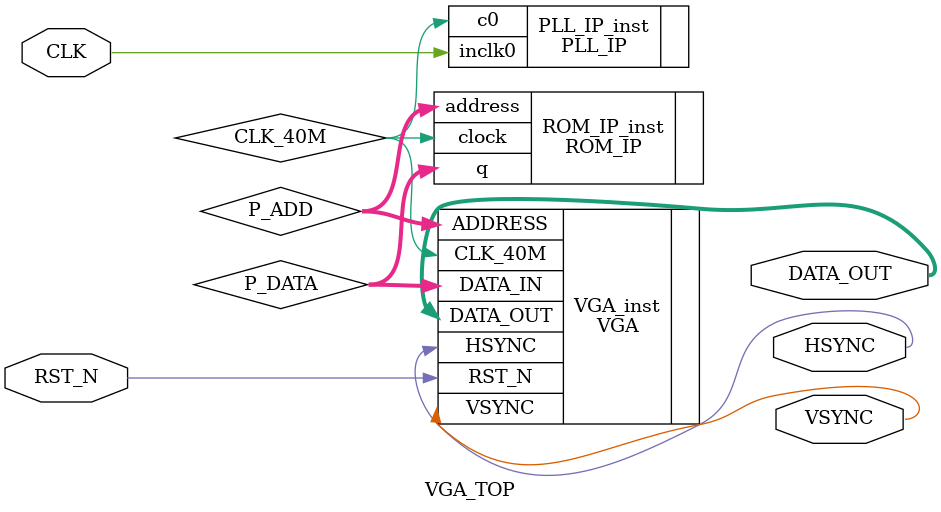
<source format=v>
module VGA_TOP(
	//输入
	CLK,RST_N,
	//输出端口
	VSYNC,HSYNC,DATA_OUT

);

//---------------------------------------------------------------------------
//--	外部端口声明
//---------------------------------------------------------------------------
input CLK;
input RST_N;

output VSYNC;
output HSYNC;
output [15:0] DATA_OUT ;
//output [15:0] a;

//---------------------------------------------------------------------------
//--	内部部端口声明
//---------------------------------------------------------------------------
wire CLK_40M;
wire [15:0] P_DATA;
wire [15:0] P_ADD;

//---------------------------------------------------------------------------
PLL_IP	PLL_IP_inst (
	.inclk0 ( CLK ),
	.c0 ( CLK_40M )
	);
//---------------------------------------------------------------------------
VGA VGA_inst
(
	//输入端口
	.CLK_40M(CLK_40M),
	.RST_N(RST_N),
	.DATA_IN(P_DATA),
	//输出端口
	.VSYNC(VSYNC),
	.HSYNC(HSYNC),
	.ADDRESS(P_ADD),
	.DATA_OUT(DATA_OUT)
);
//---------------------------------------------------------------------------
ROM_IP	ROM_IP_inst (
	.address ( P_ADD ),
	.clock ( CLK_40M ),
	.q ( P_DATA )
	);
//assign a = P_ADD;
	
endmodule

</source>
